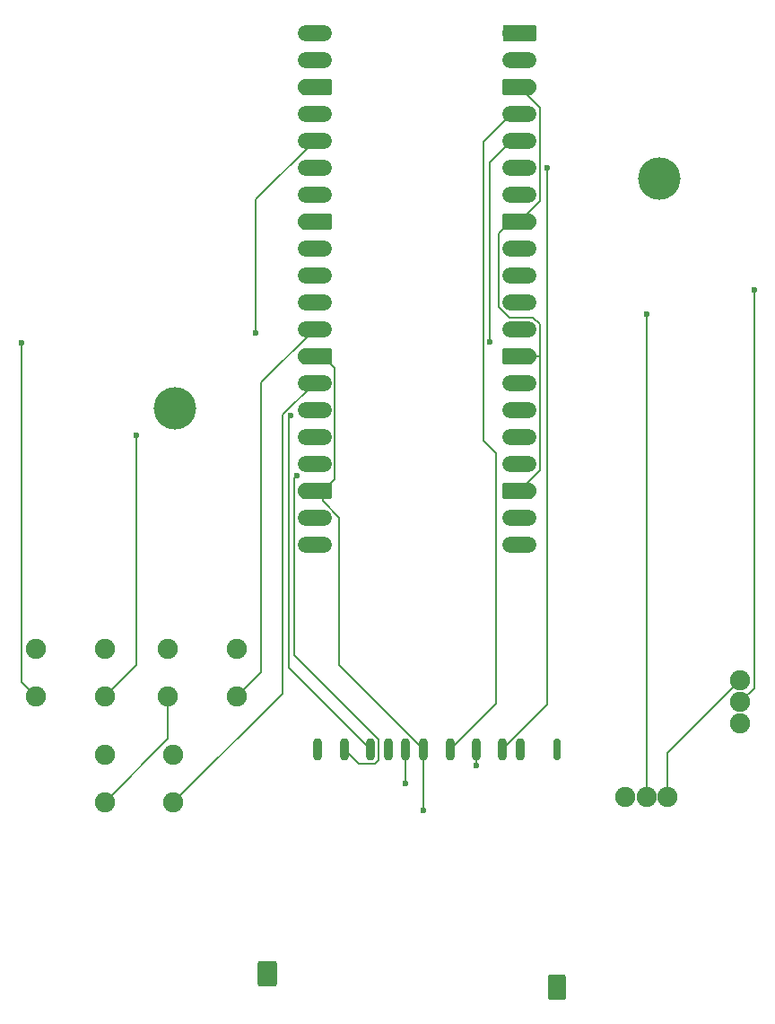
<source format=gbl>
%TF.GenerationSoftware,KiCad,Pcbnew,9.0.0*%
%TF.CreationDate,2025-03-20T22:52:04+00:00*%
%TF.ProjectId,PicoConsole,5069636f-436f-46e7-936f-6c652e6b6963,rev?*%
%TF.SameCoordinates,Original*%
%TF.FileFunction,Copper,L2,Bot*%
%TF.FilePolarity,Positive*%
%FSLAX46Y46*%
G04 Gerber Fmt 4.6, Leading zero omitted, Abs format (unit mm)*
G04 Created by KiCad (PCBNEW 9.0.0) date 2025-03-20 22:52:04*
%MOMM*%
%LPD*%
G01*
G04 APERTURE LIST*
G04 Aperture macros list*
%AMRoundRect*
0 Rectangle with rounded corners*
0 $1 Rounding radius*
0 $2 $3 $4 $5 $6 $7 $8 $9 X,Y pos of 4 corners*
0 Add a 4 corners polygon primitive as box body*
4,1,4,$2,$3,$4,$5,$6,$7,$8,$9,$2,$3,0*
0 Add four circle primitives for the rounded corners*
1,1,$1+$1,$2,$3*
1,1,$1+$1,$4,$5*
1,1,$1+$1,$6,$7*
1,1,$1+$1,$8,$9*
0 Add four rect primitives between the rounded corners*
20,1,$1+$1,$2,$3,$4,$5,0*
20,1,$1+$1,$4,$5,$6,$7,0*
20,1,$1+$1,$6,$7,$8,$9,0*
20,1,$1+$1,$8,$9,$2,$3,0*%
%AMFreePoly0*
4,1,37,0.800000,0.796148,0.878414,0.796148,1.032228,0.765552,1.177117,0.705537,1.307515,0.618408,1.418408,0.507515,1.505537,0.377117,1.565552,0.232228,1.596148,0.078414,1.596148,-0.078414,1.565552,-0.232228,1.505537,-0.377117,1.418408,-0.507515,1.307515,-0.618408,1.177117,-0.705537,1.032228,-0.765552,0.878414,-0.796148,0.800000,-0.796148,0.800000,-0.800000,-1.400000,-0.800000,
-1.403843,-0.796157,-1.439018,-0.796157,-1.511114,-0.766294,-1.566294,-0.711114,-1.596157,-0.639018,-1.596157,-0.603843,-1.600000,-0.600000,-1.600000,0.600000,-1.596157,0.603843,-1.596157,0.639018,-1.566294,0.711114,-1.511114,0.766294,-1.439018,0.796157,-1.403843,0.796157,-1.400000,0.800000,0.800000,0.800000,0.800000,0.796148,0.800000,0.796148,$1*%
%AMFreePoly1*
4,1,37,1.403843,0.796157,1.439018,0.796157,1.511114,0.766294,1.566294,0.711114,1.596157,0.639018,1.596157,0.603843,1.600000,0.600000,1.600000,-0.600000,1.596157,-0.603843,1.596157,-0.639018,1.566294,-0.711114,1.511114,-0.766294,1.439018,-0.796157,1.403843,-0.796157,1.400000,-0.800000,-0.800000,-0.800000,-0.800000,-0.796148,-0.878414,-0.796148,-1.032228,-0.765552,-1.177117,-0.705537,
-1.307515,-0.618408,-1.418408,-0.507515,-1.505537,-0.377117,-1.565552,-0.232228,-1.596148,-0.078414,-1.596148,0.078414,-1.565552,0.232228,-1.505537,0.377117,-1.418408,0.507515,-1.307515,0.618408,-1.177117,0.705537,-1.032228,0.765552,-0.878414,0.796148,-0.800000,0.796148,-0.800000,0.800000,1.400000,0.800000,1.403843,0.796157,1.403843,0.796157,$1*%
%AMFreePoly2*
4,1,37,0.603843,0.796157,0.639018,0.796157,0.711114,0.766294,0.766294,0.711114,0.796157,0.639018,0.796157,0.603843,0.800000,0.600000,0.800000,-0.600000,0.796157,-0.603843,0.796157,-0.639018,0.766294,-0.711114,0.711114,-0.766294,0.639018,-0.796157,0.603843,-0.796157,0.600000,-0.800000,0.000000,-0.800000,0.000000,-0.796148,-0.078414,-0.796148,-0.232228,-0.765552,-0.377117,-0.705537,
-0.507515,-0.618408,-0.618408,-0.507515,-0.705537,-0.377117,-0.765552,-0.232228,-0.796148,-0.078414,-0.796148,0.078414,-0.765552,0.232228,-0.705537,0.377117,-0.618408,0.507515,-0.507515,0.618408,-0.377117,0.705537,-0.232228,0.765552,-0.078414,0.796148,0.000000,0.796148,0.000000,0.800000,0.600000,0.800000,0.603843,0.796157,0.603843,0.796157,$1*%
%AMFreePoly3*
4,1,37,0.000000,0.796148,0.078414,0.796148,0.232228,0.765552,0.377117,0.705537,0.507515,0.618408,0.618408,0.507515,0.705537,0.377117,0.765552,0.232228,0.796148,0.078414,0.796148,-0.078414,0.765552,-0.232228,0.705537,-0.377117,0.618408,-0.507515,0.507515,-0.618408,0.377117,-0.705537,0.232228,-0.765552,0.078414,-0.796148,0.000000,-0.796148,0.000000,-0.800000,-0.600000,-0.800000,
-0.603843,-0.796157,-0.639018,-0.796157,-0.711114,-0.766294,-0.766294,-0.711114,-0.796157,-0.639018,-0.796157,-0.603843,-0.800000,-0.600000,-0.800000,0.600000,-0.796157,0.603843,-0.796157,0.639018,-0.766294,0.711114,-0.711114,0.766294,-0.639018,0.796157,-0.603843,0.796157,-0.600000,0.800000,0.000000,0.800000,0.000000,0.796148,0.000000,0.796148,$1*%
G04 Aperture macros list end*
%TA.AperFunction,ComponentPad*%
%ADD10C,1.905000*%
%TD*%
%TA.AperFunction,ComponentPad*%
%ADD11C,4.000000*%
%TD*%
%TA.AperFunction,SMDPad,CuDef*%
%ADD12RoundRect,0.250400X0.149600X0.749600X-0.149600X0.749600X-0.149600X-0.749600X0.149600X-0.749600X0*%
%TD*%
%TA.AperFunction,SMDPad,CuDef*%
%ADD13RoundRect,0.249900X0.100100X0.750100X-0.100100X0.750100X-0.100100X-0.750100X0.100100X-0.750100X0*%
%TD*%
%TA.AperFunction,SMDPad,CuDef*%
%ADD14RoundRect,0.250200X0.649800X0.949800X-0.649800X0.949800X-0.649800X-0.949800X0.649800X-0.949800X0*%
%TD*%
%TA.AperFunction,SMDPad,CuDef*%
%ADD15RoundRect,0.249900X0.600100X0.950100X-0.600100X0.950100X-0.600100X-0.950100X0.600100X-0.950100X0*%
%TD*%
%TA.AperFunction,SMDPad,CuDef*%
%ADD16FreePoly0,180.000000*%
%TD*%
%TA.AperFunction,ComponentPad*%
%ADD17RoundRect,0.200000X0.600000X0.600000X-0.600000X0.600000X-0.600000X-0.600000X0.600000X-0.600000X0*%
%TD*%
%TA.AperFunction,SMDPad,CuDef*%
%ADD18RoundRect,0.800000X0.800000X0.000010X-0.800000X0.000010X-0.800000X-0.000010X0.800000X-0.000010X0*%
%TD*%
%TA.AperFunction,ComponentPad*%
%ADD19C,1.600000*%
%TD*%
%TA.AperFunction,SMDPad,CuDef*%
%ADD20FreePoly1,180.000000*%
%TD*%
%TA.AperFunction,ComponentPad*%
%ADD21FreePoly2,180.000000*%
%TD*%
%TA.AperFunction,ComponentPad*%
%ADD22FreePoly3,180.000000*%
%TD*%
%TA.AperFunction,ViaPad*%
%ADD23C,0.600000*%
%TD*%
%TA.AperFunction,Conductor*%
%ADD24C,0.200000*%
%TD*%
G04 APERTURE END LIST*
D10*
%TO.P,but2,1,VCC*%
%TO.N,unconnected-(but2-VCC-Pad1)*%
X75500000Y-96500000D03*
%TO.P,but2,2,VCC*%
%TO.N,VCC*%
X75500000Y-101000000D03*
%TO.P,but2,3,GND*%
%TO.N,unconnected-(but2-GND-Pad3)*%
X82000000Y-96500000D03*
%TO.P,but2,4,GND*%
%TO.N,pinTwo*%
X82000000Y-101000000D03*
%TD*%
%TO.P,but1,1,VCC*%
%TO.N,unconnected-(but1-VCC-Pad1)*%
X69000000Y-86500000D03*
%TO.P,but1,2,VCC*%
%TO.N,VCC*%
X69000000Y-91000000D03*
%TO.P,but1,3,GND*%
%TO.N,unconnected-(but1-GND-Pad3)*%
X75500000Y-86500000D03*
%TO.P,but1,4,GND*%
%TO.N,pinThree*%
X75500000Y-91000000D03*
%TD*%
D11*
%TO.P,e,1*%
%TO.N,N/C*%
X82150000Y-63850000D03*
%TD*%
%TO.P,REF\u002A\u002A,1*%
%TO.N,N/C*%
X127850000Y-42150000D03*
%TD*%
D10*
%TO.P,but3,1,VCC*%
%TO.N,unconnected-(but3-VCC-Pad1)*%
X81500000Y-86500000D03*
%TO.P,but3,2,VCC*%
%TO.N,VCC*%
X81500000Y-91000000D03*
%TO.P,but3,3,GND*%
%TO.N,unconnected-(but3-GND-Pad3)*%
X88000000Y-86500000D03*
%TO.P,but3,4,GND*%
%TO.N,pinOne*%
X88000000Y-91000000D03*
%TD*%
%TO.P,AnalogJoystick1,1,xout*%
%TO.N,JOYx*%
X135500000Y-91500000D03*
%TO.P,AnalogJoystick1,2,gnd*%
%TO.N,GROUND*%
X135500000Y-89500000D03*
%TO.P,AnalogJoystick1,3,vcc*%
%TO.N,VCC*%
X135500000Y-93500000D03*
%TO.P,AnalogJoystick1,4,yout*%
%TO.N,JOYy*%
X126650000Y-100475000D03*
%TO.P,AnalogJoystick1,5,gnd*%
%TO.N,GROUND*%
X128650000Y-100475000D03*
%TO.P,AnalogJoystick1,6,vcc*%
%TO.N,VCC*%
X124650000Y-100475000D03*
%TD*%
D12*
%TO.P,J1,1,CD/DAT3*%
%TO.N,MMC_CS*%
X98120000Y-96000000D03*
%TO.P,J1,2,CMD*%
%TO.N,MOSI*%
X100620000Y-96000000D03*
%TO.P,J1,3,VSS*%
%TO.N,VCC*%
X103920000Y-96000000D03*
%TO.P,J1,4,VDD*%
%TO.N,GROUND*%
X105620000Y-96000000D03*
%TO.P,J1,5,CLK*%
%TO.N,CLOCK*%
X108120000Y-96000000D03*
%TO.P,J1,6,VSS*%
%TO.N,VCC*%
X110620000Y-96000000D03*
%TO.P,J1,7,DAT0*%
%TO.N,MISO*%
X113050000Y-96000000D03*
%TO.P,J1,8,DAT1*%
%TO.N,unconnected-(J1-DAT1-Pad8)*%
X114750000Y-96000000D03*
%TO.P,J1,9,DAT2*%
%TO.N,unconnected-(J1-DAT2-Pad9)*%
X95620000Y-96000000D03*
%TO.P,J1,10,CARD_DETECT*%
%TO.N,unconnected-(J1-CARD_DETECT-Pad10)*%
X102320000Y-96000000D03*
D13*
%TO.P,J1,11,WRITE_PROTECT*%
%TO.N,unconnected-(J1-WRITE_PROTECT-Pad11)*%
X118240000Y-96000000D03*
D14*
%TO.P,J1,12,SHELL1*%
%TO.N,unconnected-(J1-SHELL1-Pad12)*%
X90900000Y-117200000D03*
D15*
%TO.P,J1,13,SHELL2*%
%TO.N,unconnected-(J1-SHELL2-Pad13)*%
X118250000Y-118400000D03*
%TD*%
D16*
%TO.P,A1,1,GPIO0*%
%TO.N,unconnected-(A1-GPIO0-Pad1)*%
X114690000Y-28407500D03*
D17*
X113890000Y-28407500D03*
D18*
%TO.P,A1,2,GPIO1*%
%TO.N,unconnected-(A1-GPIO1-Pad2)*%
X114690000Y-30947500D03*
D19*
X113890000Y-30947500D03*
D20*
%TO.P,A1,3,GND*%
%TO.N,GROUND*%
X114690000Y-33487500D03*
D21*
X113890000Y-33487500D03*
D18*
%TO.P,A1,4,GPIO2*%
%TO.N,CLOCK*%
X114690000Y-36027500D03*
D19*
X113890000Y-36027500D03*
D18*
%TO.P,A1,5,GPIO3*%
%TO.N,MOSI*%
X114690000Y-38567500D03*
D19*
X113890000Y-38567500D03*
D18*
%TO.P,A1,6,GPIO4*%
%TO.N,MISO*%
X114690000Y-41107500D03*
D19*
X113890000Y-41107500D03*
D18*
%TO.P,A1,7,GPIO5*%
%TO.N,unconnected-(A1-GPIO5-Pad7)*%
X114690000Y-43647500D03*
D19*
X113890000Y-43647500D03*
D20*
%TO.P,A1,8,GND*%
%TO.N,GROUND*%
X114690000Y-46187500D03*
D21*
X113890000Y-46187500D03*
D18*
%TO.P,A1,9,GPIO6*%
%TO.N,SCR_CS*%
X114690000Y-48727500D03*
D19*
X113890000Y-48727500D03*
D18*
%TO.P,A1,10,GPIO7*%
%TO.N,SCR_DC*%
X114690000Y-51267500D03*
D19*
X113890000Y-51267500D03*
D18*
%TO.P,A1,11,GPIO8*%
%TO.N,SCR_BL*%
X114690000Y-53807500D03*
D19*
X113890000Y-53807500D03*
D18*
%TO.P,A1,12,GPIO9*%
%TO.N,SCR_RST*%
X114690000Y-56347500D03*
D19*
X113890000Y-56347500D03*
D20*
%TO.P,A1,13,GND*%
%TO.N,GROUND*%
X114690000Y-58887500D03*
D21*
X113890000Y-58887500D03*
D18*
%TO.P,A1,14,GPIO10*%
%TO.N,unconnected-(A1-GPIO10-Pad14)*%
X114690000Y-61427500D03*
D19*
X113890000Y-61427500D03*
D18*
%TO.P,A1,15,GPIO11*%
%TO.N,unconnected-(A1-GPIO11-Pad15)*%
X114690000Y-63967500D03*
D19*
X113890000Y-63967500D03*
D18*
%TO.P,A1,16,GPIO12*%
%TO.N,MMC_CS*%
X114690000Y-66507500D03*
D19*
X113890000Y-66507500D03*
D18*
%TO.P,A1,17,GPIO13*%
%TO.N,unconnected-(A1-GPIO13-Pad17)*%
X114690000Y-69047500D03*
D19*
X113890000Y-69047500D03*
D20*
%TO.P,A1,18,GND*%
%TO.N,GROUND*%
X114690000Y-71587500D03*
D21*
X113890000Y-71587500D03*
D18*
%TO.P,A1,19,GPIO14*%
%TO.N,unconnected-(A1-GPIO14-Pad19)*%
X114690000Y-74127500D03*
D19*
X113890000Y-74127500D03*
D18*
%TO.P,A1,20,GPIO15*%
%TO.N,unconnected-(A1-GPIO15-Pad20)*%
X114690000Y-76667500D03*
D19*
X113890000Y-76667500D03*
%TO.P,A1,21,GPIO16*%
%TO.N,unconnected-(A1-GPIO16-Pad21)*%
X96110000Y-76667500D03*
D18*
X95310000Y-76667500D03*
D19*
%TO.P,A1,22,GPIO17*%
%TO.N,unconnected-(A1-GPIO17-Pad22)*%
X96110000Y-74127500D03*
D18*
X95310000Y-74127500D03*
D22*
%TO.P,A1,23,GND*%
%TO.N,GROUND*%
X96110000Y-71587500D03*
D16*
X95310000Y-71587500D03*
D19*
%TO.P,A1,24,GPIO18*%
%TO.N,unconnected-(A1-GPIO18-Pad24)*%
X96110000Y-69047500D03*
D18*
X95310000Y-69047500D03*
D19*
%TO.P,A1,25,GPIO19*%
%TO.N,unconnected-(A1-GPIO19-Pad25)*%
X96110000Y-66507500D03*
D18*
X95310000Y-66507500D03*
D19*
%TO.P,A1,26,GPIO20*%
%TO.N,pinThree*%
X96110000Y-63967500D03*
D18*
X95310000Y-63967500D03*
D19*
%TO.P,A1,27,GPIO21*%
%TO.N,pinTwo*%
X96110000Y-61427500D03*
D18*
X95310000Y-61427500D03*
D22*
%TO.P,A1,28,GND*%
%TO.N,GROUND*%
X96110000Y-58887500D03*
D16*
X95310000Y-58887500D03*
D19*
%TO.P,A1,29,GPIO22*%
%TO.N,pinOne*%
X96110000Y-56347500D03*
D18*
X95310000Y-56347500D03*
D19*
%TO.P,A1,30,RUN*%
%TO.N,unconnected-(A1-RUN-Pad30)*%
X96110000Y-53807500D03*
D18*
X95310000Y-53807500D03*
D19*
%TO.P,A1,31,GPIO26_ADC0*%
%TO.N,JOYy*%
X96110000Y-51267500D03*
D18*
X95310000Y-51267500D03*
D19*
%TO.P,A1,32,GPIO27_ADC1*%
%TO.N,JOYx*%
X96110000Y-48727500D03*
D18*
X95310000Y-48727500D03*
D22*
%TO.P,A1,33,AGND*%
%TO.N,unconnected-(A1-AGND-Pad33)*%
X96110000Y-46187500D03*
D16*
X95310000Y-46187500D03*
D19*
%TO.P,A1,34,GPIO28_ADC2*%
%TO.N,unconnected-(A1-GPIO28_ADC2-Pad34)*%
X96110000Y-43647500D03*
D18*
X95310000Y-43647500D03*
D19*
%TO.P,A1,35,ADC_VREF*%
%TO.N,unconnected-(A1-ADC_VREF-Pad35)*%
X96110000Y-41107500D03*
D18*
X95310000Y-41107500D03*
D19*
%TO.P,A1,36,3V3*%
%TO.N,VCC*%
X96110000Y-38567500D03*
D18*
X95310000Y-38567500D03*
D19*
%TO.P,A1,37,3V3_EN*%
%TO.N,unconnected-(A1-3V3_EN-Pad37)*%
X96110000Y-36027500D03*
D18*
X95310000Y-36027500D03*
D22*
%TO.P,A1,38,GND*%
%TO.N,GROUND*%
X96110000Y-33487500D03*
D16*
X95310000Y-33487500D03*
D19*
%TO.P,A1,39,VSYS*%
%TO.N,unconnected-(A1-VSYS-Pad39)*%
X96110000Y-30947500D03*
D18*
X95310000Y-30947500D03*
D19*
%TO.P,A1,40,VBUS*%
%TO.N,unconnected-(A1-VBUS-Pad40)*%
X96110000Y-28407500D03*
D18*
X95310000Y-28407500D03*
%TD*%
D23*
%TO.N,GROUND*%
X105620000Y-101746100D03*
%TO.N,VCC*%
X103920000Y-99222300D03*
X67673700Y-57639100D03*
X110620000Y-97511900D03*
X89791700Y-56715500D03*
%TO.N,MMC_CS*%
X93631700Y-70193700D03*
%TO.N,MOSI*%
X111852900Y-57549800D03*
X93098400Y-64510200D03*
%TO.N,JOYx*%
X136796400Y-52679000D03*
%TO.N,JOYy*%
X126650000Y-54910200D03*
%TO.N,pinThree*%
X78500100Y-66326700D03*
%TO.N,MISO*%
X117252700Y-41107500D03*
%TD*%
D24*
%TO.N,unconnected-(A1-GPIO11-Pad15)*%
X113890000Y-63967500D02*
X114690000Y-63967500D01*
%TO.N,unconnected-(A1-3V3_EN-Pad37)*%
X95310000Y-36027500D02*
X96110000Y-36027500D01*
%TO.N,unconnected-(A1-VSYS-Pad39)*%
X95310000Y-30947500D02*
X96110000Y-30947500D01*
%TO.N,GROUND*%
X114690000Y-58887500D02*
X116594700Y-58887500D01*
X113890000Y-46187500D02*
X112726700Y-47350800D01*
X112726700Y-47350800D02*
X112726700Y-54219800D01*
X105620000Y-101746100D02*
X105620000Y-96000000D01*
X116594700Y-55897000D02*
X116594700Y-58887500D01*
X96110000Y-72569300D02*
X96110000Y-71587500D01*
X112726700Y-54219800D02*
X113749700Y-55242800D01*
X115940500Y-55242800D02*
X116594700Y-55897000D01*
X116594700Y-58887500D02*
X116594700Y-69682800D01*
X116616200Y-35413700D02*
X116616200Y-44261300D01*
X113749700Y-55242800D02*
X115940500Y-55242800D01*
X114690000Y-33487500D02*
X116616200Y-35413700D01*
X97648700Y-88028700D02*
X97648700Y-74108000D01*
X128650000Y-96350000D02*
X135500000Y-89500000D01*
X113890000Y-58887500D02*
X114690000Y-58887500D01*
X97214700Y-70482800D02*
X96110000Y-71587500D01*
X96110000Y-58887500D02*
X97214700Y-59992200D01*
X116594700Y-69682800D02*
X114690000Y-71587500D01*
X95310000Y-33487500D02*
X96110000Y-33487500D01*
X113890000Y-33487500D02*
X114690000Y-33487500D01*
X113890000Y-71587500D02*
X114690000Y-71587500D01*
X97648700Y-74108000D02*
X96110000Y-72569300D01*
X105620000Y-96000000D02*
X97648700Y-88028700D01*
X128650000Y-100475000D02*
X128650000Y-96350000D01*
X97214700Y-59992200D02*
X97214700Y-70482800D01*
X113890000Y-46187500D02*
X114690000Y-46187500D01*
X95310000Y-58887500D02*
X96110000Y-58887500D01*
X116616200Y-44261300D02*
X114690000Y-46187500D01*
X95310000Y-71587500D02*
X96110000Y-71587500D01*
%TO.N,SCR_DC*%
X113890000Y-51267500D02*
X114690000Y-51267500D01*
%TO.N,unconnected-(A1-GPIO19-Pad25)*%
X95310000Y-66507500D02*
X96110000Y-66507500D01*
%TO.N,VCC*%
X89791700Y-44085800D02*
X89791700Y-56715500D01*
X103920000Y-96000000D02*
X103920000Y-99222300D01*
X67673700Y-89673700D02*
X67673700Y-57639100D01*
X95310000Y-38567500D02*
X89791700Y-44085800D01*
X81500000Y-95000000D02*
X81500000Y-91000000D01*
X95310000Y-38567500D02*
X96110000Y-38567500D01*
X69000000Y-91000000D02*
X67673700Y-89673700D01*
X75500000Y-101000000D02*
X81500000Y-95000000D01*
X110620000Y-96000000D02*
X110620000Y-97511900D01*
%TO.N,MMC_CS*%
X93398500Y-87076900D02*
X93398500Y-70426900D01*
X101361100Y-95039500D02*
X93398500Y-87076900D01*
X99466500Y-97346500D02*
X101034500Y-97346500D01*
X93398500Y-70426900D02*
X93631700Y-70193700D01*
X101034500Y-97346500D02*
X101361100Y-97019900D01*
X113890000Y-66507500D02*
X114690000Y-66507500D01*
X101361100Y-97019900D02*
X101361100Y-95039500D01*
X98120000Y-96000000D02*
X99466500Y-97346500D01*
%TO.N,unconnected-(A1-GPIO5-Pad7)*%
X113890000Y-43647500D02*
X114690000Y-43647500D01*
%TO.N,unconnected-(A1-GPIO13-Pad17)*%
X113890000Y-69047500D02*
X114690000Y-69047500D01*
%TO.N,unconnected-(A1-GPIO10-Pad14)*%
X113890000Y-61427500D02*
X114690000Y-61427500D01*
%TO.N,pinOne*%
X88000000Y-91000000D02*
X90297300Y-88702700D01*
X90297300Y-61360200D02*
X95310000Y-56347500D01*
X90297300Y-88702700D02*
X90297300Y-61360200D01*
X95310000Y-56347500D02*
X96110000Y-56347500D01*
%TO.N,SCR_RST*%
X113890000Y-56347500D02*
X114690000Y-56347500D01*
%TO.N,unconnected-(A1-ADC_VREF-Pad35)*%
X95310000Y-41107500D02*
X96110000Y-41107500D01*
%TO.N,MOSI*%
X111852900Y-42955500D02*
X111854400Y-42954000D01*
X92932200Y-88312200D02*
X100620000Y-96000000D01*
X111852900Y-57549800D02*
X111852900Y-42955500D01*
X93098400Y-64510200D02*
X92932200Y-64676400D01*
X111854400Y-40603100D02*
X113890000Y-38567500D01*
X113890000Y-38567500D02*
X114690000Y-38567500D01*
X111854400Y-42954000D02*
X111854400Y-40603100D01*
X92932200Y-64676400D02*
X92932200Y-88312200D01*
%TO.N,unconnected-(A1-RUN-Pad30)*%
X95310000Y-53807500D02*
X96110000Y-53807500D01*
%TO.N,unconnected-(A1-GPIO17-Pad22)*%
X95310000Y-74127500D02*
X96110000Y-74127500D01*
%TO.N,unconnected-(A1-VBUS-Pad40)*%
X95310000Y-28407500D02*
X96110000Y-28407500D01*
%TO.N,SCR_BL*%
X113890000Y-53807500D02*
X114690000Y-53807500D01*
%TO.N,CLOCK*%
X111228300Y-38689200D02*
X111228300Y-66869700D01*
X113890000Y-36027500D02*
X114690000Y-36027500D01*
X112413600Y-91706400D02*
X108120000Y-96000000D01*
X112413600Y-68055000D02*
X112413600Y-91706400D01*
X111228300Y-66869700D02*
X112413600Y-68055000D01*
X113890000Y-36027500D02*
X111228300Y-38689200D01*
%TO.N,unconnected-(A1-GPIO28_ADC2-Pad34)*%
X95310000Y-43647500D02*
X96110000Y-43647500D01*
%TO.N,JOYx*%
X136796400Y-90203600D02*
X136796400Y-52679000D01*
X95310000Y-48727500D02*
X96110000Y-48727500D01*
X135500000Y-91500000D02*
X136796400Y-90203600D01*
%TO.N,unconnected-(A1-GPIO0-Pad1)*%
X113890000Y-28407500D02*
X114690000Y-28407500D01*
%TO.N,unconnected-(A1-AGND-Pad33)*%
X95310000Y-46187500D02*
X96110000Y-46187500D01*
%TO.N,JOYy*%
X95310000Y-51267500D02*
X96110000Y-51267500D01*
X126650000Y-100475000D02*
X126650000Y-54910200D01*
%TO.N,unconnected-(A1-GPIO14-Pad19)*%
X113890000Y-74127500D02*
X114690000Y-74127500D01*
%TO.N,unconnected-(A1-GPIO18-Pad24)*%
X95310000Y-69047500D02*
X96110000Y-69047500D01*
%TO.N,pinTwo*%
X95310000Y-61427500D02*
X96110000Y-61427500D01*
X92295100Y-90704900D02*
X82000000Y-101000000D01*
X95310000Y-61427500D02*
X92295100Y-64442400D01*
X92295100Y-64442400D02*
X92295100Y-90704900D01*
%TO.N,pinThree*%
X95310000Y-63967500D02*
X96110000Y-63967500D01*
X75500000Y-91000000D02*
X78500100Y-87999900D01*
X78500100Y-87999900D02*
X78500100Y-66326700D01*
%TO.N,MISO*%
X113890000Y-41107500D02*
X114690000Y-41107500D01*
X117252700Y-91797300D02*
X117252700Y-41107500D01*
X113050000Y-96000000D02*
X117252700Y-91797300D01*
%TO.N,SCR_CS*%
X113890000Y-48727500D02*
X114690000Y-48727500D01*
%TO.N,unconnected-(A1-GPIO16-Pad21)*%
X95310000Y-76667500D02*
X96110000Y-76667500D01*
%TO.N,unconnected-(A1-GPIO15-Pad20)*%
X113890000Y-76667500D02*
X114690000Y-76667500D01*
%TO.N,unconnected-(A1-GPIO1-Pad2)*%
X113890000Y-30947500D02*
X114690000Y-30947500D01*
%TD*%
M02*

</source>
